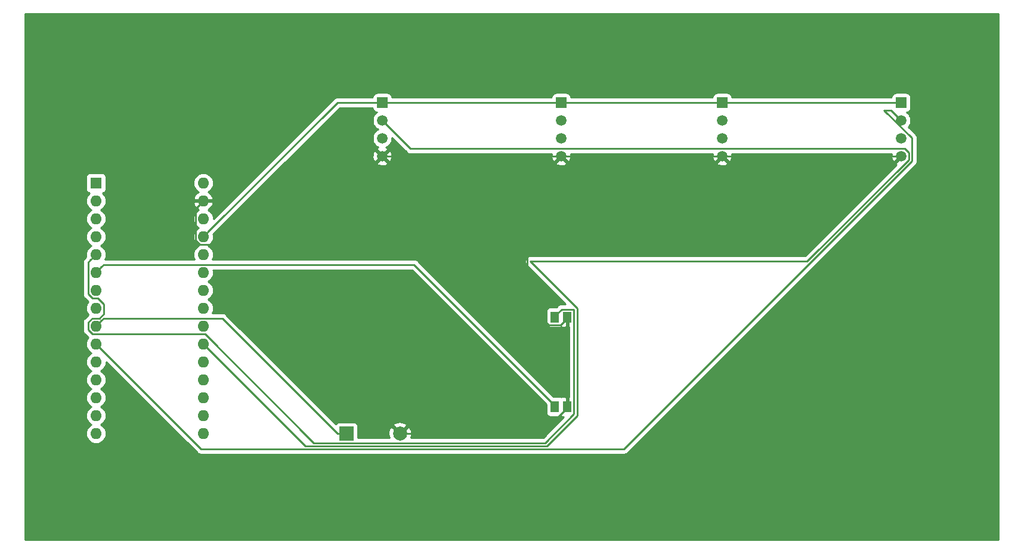
<source format=gtl>
G04 #@! TF.GenerationSoftware,KiCad,Pcbnew,(5.1.0)-1*
G04 #@! TF.CreationDate,2019-10-21T13:58:11-04:00*
G04 #@! TF.ProjectId,PCB_NEW,5043425f-4e45-4572-9e6b-696361645f70,rev?*
G04 #@! TF.SameCoordinates,Original*
G04 #@! TF.FileFunction,Copper,L1,Top*
G04 #@! TF.FilePolarity,Positive*
%FSLAX46Y46*%
G04 Gerber Fmt 4.6, Leading zero omitted, Abs format (unit mm)*
G04 Created by KiCad (PCBNEW (5.1.0)-1) date 2019-10-21 13:58:11*
%MOMM*%
%LPD*%
G04 APERTURE LIST*
%ADD10C,1.500000*%
%ADD11R,1.500000X1.500000*%
%ADD12R,1.250000X1.600000*%
%ADD13C,2.000000*%
%ADD14R,2.000000X2.000000*%
%ADD15O,1.600000X1.600000*%
%ADD16R,1.600000X1.600000*%
%ADD17C,0.250000*%
%ADD18C,0.254000*%
G04 APERTURE END LIST*
D10*
X176530000Y-83820000D03*
X176530000Y-81280000D03*
X176530000Y-78740000D03*
D11*
X176530000Y-76200000D03*
D10*
X151130000Y-83820000D03*
X151130000Y-81280000D03*
X151130000Y-78740000D03*
D11*
X151130000Y-76200000D03*
D10*
X128270000Y-83820000D03*
X128270000Y-81280000D03*
X128270000Y-78740000D03*
D11*
X128270000Y-76200000D03*
D10*
X102870000Y-83820000D03*
X102870000Y-81280000D03*
X102870000Y-78740000D03*
D11*
X102870000Y-76200000D03*
D12*
X129150000Y-106680000D03*
X127390000Y-106680000D03*
X129150000Y-119380000D03*
X127390000Y-119380000D03*
D13*
X105390000Y-123190000D03*
D14*
X97790000Y-123190000D03*
D15*
X77470000Y-123190000D03*
X62230000Y-123190000D03*
X77470000Y-87630000D03*
X62230000Y-120650000D03*
X77470000Y-90170000D03*
X62230000Y-118110000D03*
X77470000Y-92710000D03*
X62230000Y-115570000D03*
X77470000Y-95250000D03*
X62230000Y-113030000D03*
X77470000Y-97790000D03*
X62230000Y-110490000D03*
X77470000Y-100330000D03*
X62230000Y-107950000D03*
X77470000Y-102870000D03*
X62230000Y-105410000D03*
X77470000Y-105410000D03*
X62230000Y-102870000D03*
X77470000Y-107950000D03*
X62230000Y-100330000D03*
X77470000Y-110490000D03*
X62230000Y-97790000D03*
X77470000Y-113030000D03*
X62230000Y-95250000D03*
X77470000Y-115570000D03*
X62230000Y-92710000D03*
X77470000Y-118110000D03*
X62230000Y-90170000D03*
X77470000Y-120650000D03*
D16*
X62230000Y-87630000D03*
D17*
X176530000Y-83820000D02*
X151130000Y-83820000D01*
X151130000Y-83820000D02*
X128270000Y-83820000D01*
X128270000Y-83820000D02*
X102870000Y-83820000D01*
X102120001Y-84569999D02*
X102870000Y-83820000D01*
X90314999Y-96375001D02*
X102120001Y-84569999D01*
X76929999Y-96375001D02*
X90314999Y-96375001D01*
X76344999Y-95790001D02*
X76929999Y-96375001D01*
X76344999Y-91295001D02*
X76344999Y-95790001D01*
X77470000Y-90170000D02*
X76344999Y-91295001D01*
X106804213Y-123190000D02*
X105390000Y-123190000D01*
X125515000Y-123190000D02*
X106804213Y-123190000D01*
X129150000Y-119555000D02*
X125515000Y-123190000D01*
X129150000Y-119380000D02*
X129150000Y-119555000D01*
X129150000Y-118330000D02*
X129150000Y-106680000D01*
X129150000Y-119380000D02*
X129150000Y-118330000D01*
X129150000Y-106855000D02*
X129150000Y-106680000D01*
X128199999Y-107805001D02*
X129150000Y-106855000D01*
X126504999Y-107805001D02*
X128199999Y-107805001D01*
X123421392Y-104721394D02*
X126504999Y-107805001D01*
X123421392Y-88668608D02*
X123421392Y-104721394D01*
X128270000Y-83820000D02*
X123421392Y-88668608D01*
X78269999Y-94450001D02*
X77470000Y-95250000D01*
X96520000Y-76200000D02*
X78269999Y-94450001D01*
X102870000Y-76200000D02*
X96520000Y-76200000D01*
X128270000Y-76200000D02*
X102870000Y-76200000D01*
X151130000Y-76200000D02*
X128270000Y-76200000D01*
X176530000Y-76200000D02*
X151130000Y-76200000D01*
X63029999Y-111289999D02*
X62230000Y-110490000D01*
X137162391Y-125415021D02*
X77155021Y-125415021D01*
X178055010Y-84522402D02*
X137162391Y-125415021D01*
X178055010Y-81214008D02*
X178055010Y-84522402D01*
X174116003Y-77275001D02*
X178055010Y-81214008D01*
X175065001Y-77275001D02*
X174116003Y-77275001D01*
X77155021Y-125415021D02*
X63029999Y-111289999D01*
X176530000Y-78740000D02*
X175065001Y-77275001D01*
X63029999Y-107150001D02*
X62230000Y-107950000D01*
X63355001Y-106824999D02*
X63029999Y-107150001D01*
X80174999Y-106824999D02*
X63355001Y-106824999D01*
X96540000Y-123190000D02*
X80174999Y-106824999D01*
X97790000Y-123190000D02*
X96540000Y-123190000D01*
X63029999Y-99530001D02*
X62230000Y-100330000D01*
X63355001Y-99204999D02*
X63029999Y-99530001D01*
X107389999Y-99204999D02*
X63355001Y-99204999D01*
X127390000Y-119205000D02*
X107389999Y-99204999D01*
X127390000Y-119380000D02*
X127390000Y-119205000D01*
X78269999Y-111289999D02*
X77470000Y-110490000D01*
X126211401Y-124965011D02*
X91945011Y-124965011D01*
X130550010Y-120626402D02*
X126211401Y-124965011D01*
X130550011Y-105433599D02*
X130550010Y-120626402D01*
X123871401Y-98754989D02*
X130550011Y-105433599D01*
X163186013Y-98754989D02*
X123871401Y-98754989D01*
X177605001Y-84336001D02*
X163186013Y-98754989D01*
X177605001Y-83303999D02*
X177605001Y-84336001D01*
X177046001Y-82744999D02*
X177605001Y-83303999D01*
X106874999Y-82744999D02*
X177046001Y-82744999D01*
X91945011Y-124965011D02*
X78269999Y-111289999D01*
X102870000Y-78740000D02*
X106874999Y-82744999D01*
X61430001Y-98589999D02*
X62230000Y-97790000D01*
X61104999Y-98915001D02*
X61430001Y-98589999D01*
X61104999Y-103410001D02*
X61104999Y-98915001D01*
X61689999Y-103995001D02*
X61104999Y-103410001D01*
X62480003Y-103995001D02*
X61689999Y-103995001D01*
X63355001Y-104869999D02*
X62480003Y-103995001D01*
X63355001Y-106188589D02*
X63355001Y-104869999D01*
X62718591Y-106824999D02*
X63355001Y-106188589D01*
X61689999Y-106824999D02*
X62718591Y-106824999D01*
X61104999Y-107409999D02*
X61689999Y-106824999D01*
X61104999Y-108490001D02*
X61104999Y-107409999D01*
X61689999Y-109075001D02*
X61104999Y-108490001D01*
X77720003Y-109075001D02*
X61689999Y-109075001D01*
X93160003Y-124515001D02*
X77720003Y-109075001D01*
X126025001Y-124515001D02*
X93160003Y-124515001D01*
X130100001Y-120440001D02*
X126025001Y-124515001D01*
X130100001Y-105619999D02*
X130100001Y-120440001D01*
X130035001Y-105554999D02*
X130100001Y-105619999D01*
X128340001Y-105554999D02*
X130035001Y-105554999D01*
X127390000Y-106505000D02*
X128340001Y-105554999D01*
X127390000Y-106680000D02*
X127390000Y-106505000D01*
D18*
G36*
X190373000Y-138303000D02*
G01*
X52197000Y-138303000D01*
X52197000Y-98915001D01*
X60341323Y-98915001D01*
X60345000Y-98952333D01*
X60344999Y-103372678D01*
X60341323Y-103410001D01*
X60344999Y-103447323D01*
X60344999Y-103447333D01*
X60355996Y-103558986D01*
X60390005Y-103671101D01*
X60399453Y-103702247D01*
X60470025Y-103834277D01*
X60509870Y-103882827D01*
X60564998Y-103950002D01*
X60594001Y-103973804D01*
X61120330Y-104500133D01*
X61031068Y-104608899D01*
X60897818Y-104858192D01*
X60815764Y-105128691D01*
X60788057Y-105410000D01*
X60815764Y-105691309D01*
X60897818Y-105961808D01*
X61031068Y-106211101D01*
X61120330Y-106319867D01*
X60593997Y-106846200D01*
X60564999Y-106869998D01*
X60541201Y-106898996D01*
X60541200Y-106898997D01*
X60470025Y-106985723D01*
X60399453Y-107117753D01*
X60389671Y-107150002D01*
X60359558Y-107249276D01*
X60355997Y-107261014D01*
X60341323Y-107409999D01*
X60345000Y-107447331D01*
X60344999Y-108452678D01*
X60341323Y-108490001D01*
X60344999Y-108527323D01*
X60344999Y-108527333D01*
X60355996Y-108638986D01*
X60378653Y-108713676D01*
X60399453Y-108782247D01*
X60470025Y-108914277D01*
X60509870Y-108962827D01*
X60564998Y-109030002D01*
X60594001Y-109053804D01*
X61120330Y-109580133D01*
X61031068Y-109688899D01*
X60897818Y-109938192D01*
X60815764Y-110208691D01*
X60788057Y-110490000D01*
X60815764Y-110771309D01*
X60897818Y-111041808D01*
X61031068Y-111291101D01*
X61210392Y-111509608D01*
X61428899Y-111688932D01*
X61561858Y-111760000D01*
X61428899Y-111831068D01*
X61210392Y-112010392D01*
X61031068Y-112228899D01*
X60897818Y-112478192D01*
X60815764Y-112748691D01*
X60788057Y-113030000D01*
X60815764Y-113311309D01*
X60897818Y-113581808D01*
X61031068Y-113831101D01*
X61210392Y-114049608D01*
X61428899Y-114228932D01*
X61561858Y-114300000D01*
X61428899Y-114371068D01*
X61210392Y-114550392D01*
X61031068Y-114768899D01*
X60897818Y-115018192D01*
X60815764Y-115288691D01*
X60788057Y-115570000D01*
X60815764Y-115851309D01*
X60897818Y-116121808D01*
X61031068Y-116371101D01*
X61210392Y-116589608D01*
X61428899Y-116768932D01*
X61561858Y-116840000D01*
X61428899Y-116911068D01*
X61210392Y-117090392D01*
X61031068Y-117308899D01*
X60897818Y-117558192D01*
X60815764Y-117828691D01*
X60788057Y-118110000D01*
X60815764Y-118391309D01*
X60897818Y-118661808D01*
X61031068Y-118911101D01*
X61210392Y-119129608D01*
X61428899Y-119308932D01*
X61561858Y-119380000D01*
X61428899Y-119451068D01*
X61210392Y-119630392D01*
X61031068Y-119848899D01*
X60897818Y-120098192D01*
X60815764Y-120368691D01*
X60788057Y-120650000D01*
X60815764Y-120931309D01*
X60897818Y-121201808D01*
X61031068Y-121451101D01*
X61210392Y-121669608D01*
X61428899Y-121848932D01*
X61561858Y-121920000D01*
X61428899Y-121991068D01*
X61210392Y-122170392D01*
X61031068Y-122388899D01*
X60897818Y-122638192D01*
X60815764Y-122908691D01*
X60788057Y-123190000D01*
X60815764Y-123471309D01*
X60897818Y-123741808D01*
X61031068Y-123991101D01*
X61210392Y-124209608D01*
X61428899Y-124388932D01*
X61678192Y-124522182D01*
X61948691Y-124604236D01*
X62159508Y-124625000D01*
X62300492Y-124625000D01*
X62511309Y-124604236D01*
X62781808Y-124522182D01*
X63031101Y-124388932D01*
X63249608Y-124209608D01*
X63428932Y-123991101D01*
X63562182Y-123741808D01*
X63644236Y-123471309D01*
X63671943Y-123190000D01*
X63644236Y-122908691D01*
X63562182Y-122638192D01*
X63428932Y-122388899D01*
X63249608Y-122170392D01*
X63031101Y-121991068D01*
X62898142Y-121920000D01*
X63031101Y-121848932D01*
X63249608Y-121669608D01*
X63428932Y-121451101D01*
X63562182Y-121201808D01*
X63644236Y-120931309D01*
X63671943Y-120650000D01*
X63644236Y-120368691D01*
X63562182Y-120098192D01*
X63428932Y-119848899D01*
X63249608Y-119630392D01*
X63031101Y-119451068D01*
X62898142Y-119380000D01*
X63031101Y-119308932D01*
X63249608Y-119129608D01*
X63428932Y-118911101D01*
X63562182Y-118661808D01*
X63644236Y-118391309D01*
X63671943Y-118110000D01*
X63644236Y-117828691D01*
X63562182Y-117558192D01*
X63428932Y-117308899D01*
X63249608Y-117090392D01*
X63031101Y-116911068D01*
X62898142Y-116840000D01*
X63031101Y-116768932D01*
X63249608Y-116589608D01*
X63428932Y-116371101D01*
X63562182Y-116121808D01*
X63644236Y-115851309D01*
X63671943Y-115570000D01*
X63644236Y-115288691D01*
X63562182Y-115018192D01*
X63428932Y-114768899D01*
X63249608Y-114550392D01*
X63031101Y-114371068D01*
X62898142Y-114300000D01*
X63031101Y-114228932D01*
X63249608Y-114049608D01*
X63428932Y-113831101D01*
X63562182Y-113581808D01*
X63644236Y-113311309D01*
X63671943Y-113030000D01*
X63669402Y-113004203D01*
X76591222Y-125926024D01*
X76615020Y-125955022D01*
X76730745Y-126049995D01*
X76862774Y-126120567D01*
X77006035Y-126164024D01*
X77117688Y-126175021D01*
X77117696Y-126175021D01*
X77155021Y-126178697D01*
X77192346Y-126175021D01*
X137125069Y-126175021D01*
X137162391Y-126178697D01*
X137199713Y-126175021D01*
X137199724Y-126175021D01*
X137311377Y-126164024D01*
X137454638Y-126120567D01*
X137586667Y-126049995D01*
X137702392Y-125955022D01*
X137726195Y-125926018D01*
X178566018Y-85086197D01*
X178595011Y-85062403D01*
X178618805Y-85033410D01*
X178618809Y-85033406D01*
X178689983Y-84946679D01*
X178689984Y-84946678D01*
X178760556Y-84814649D01*
X178804013Y-84671388D01*
X178815010Y-84559735D01*
X178815010Y-84559726D01*
X178818686Y-84522403D01*
X178815010Y-84485080D01*
X178815010Y-81251330D01*
X178818686Y-81214007D01*
X178815010Y-81176684D01*
X178815010Y-81176675D01*
X178804013Y-81065022D01*
X178760556Y-80921761D01*
X178689985Y-80789733D01*
X178689984Y-80789731D01*
X178618809Y-80703005D01*
X178595011Y-80674007D01*
X178566014Y-80650210D01*
X177572244Y-79656441D01*
X177605799Y-79622886D01*
X177757371Y-79396043D01*
X177861775Y-79143989D01*
X177915000Y-78876411D01*
X177915000Y-78603589D01*
X177861775Y-78336011D01*
X177757371Y-78083957D01*
X177605799Y-77857114D01*
X177412886Y-77664201D01*
X177296517Y-77586445D01*
X177404482Y-77575812D01*
X177524180Y-77539502D01*
X177634494Y-77480537D01*
X177731185Y-77401185D01*
X177810537Y-77304494D01*
X177869502Y-77194180D01*
X177905812Y-77074482D01*
X177918072Y-76950000D01*
X177918072Y-75450000D01*
X177905812Y-75325518D01*
X177869502Y-75205820D01*
X177810537Y-75095506D01*
X177731185Y-74998815D01*
X177634494Y-74919463D01*
X177524180Y-74860498D01*
X177404482Y-74824188D01*
X177280000Y-74811928D01*
X175780000Y-74811928D01*
X175655518Y-74824188D01*
X175535820Y-74860498D01*
X175425506Y-74919463D01*
X175328815Y-74998815D01*
X175249463Y-75095506D01*
X175190498Y-75205820D01*
X175154188Y-75325518D01*
X175142913Y-75440000D01*
X152517087Y-75440000D01*
X152505812Y-75325518D01*
X152469502Y-75205820D01*
X152410537Y-75095506D01*
X152331185Y-74998815D01*
X152234494Y-74919463D01*
X152124180Y-74860498D01*
X152004482Y-74824188D01*
X151880000Y-74811928D01*
X150380000Y-74811928D01*
X150255518Y-74824188D01*
X150135820Y-74860498D01*
X150025506Y-74919463D01*
X149928815Y-74998815D01*
X149849463Y-75095506D01*
X149790498Y-75205820D01*
X149754188Y-75325518D01*
X149742913Y-75440000D01*
X129657087Y-75440000D01*
X129645812Y-75325518D01*
X129609502Y-75205820D01*
X129550537Y-75095506D01*
X129471185Y-74998815D01*
X129374494Y-74919463D01*
X129264180Y-74860498D01*
X129144482Y-74824188D01*
X129020000Y-74811928D01*
X127520000Y-74811928D01*
X127395518Y-74824188D01*
X127275820Y-74860498D01*
X127165506Y-74919463D01*
X127068815Y-74998815D01*
X126989463Y-75095506D01*
X126930498Y-75205820D01*
X126894188Y-75325518D01*
X126882913Y-75440000D01*
X104257087Y-75440000D01*
X104245812Y-75325518D01*
X104209502Y-75205820D01*
X104150537Y-75095506D01*
X104071185Y-74998815D01*
X103974494Y-74919463D01*
X103864180Y-74860498D01*
X103744482Y-74824188D01*
X103620000Y-74811928D01*
X102120000Y-74811928D01*
X101995518Y-74824188D01*
X101875820Y-74860498D01*
X101765506Y-74919463D01*
X101668815Y-74998815D01*
X101589463Y-75095506D01*
X101530498Y-75205820D01*
X101494188Y-75325518D01*
X101482913Y-75440000D01*
X96557323Y-75440000D01*
X96520000Y-75436324D01*
X96482677Y-75440000D01*
X96482667Y-75440000D01*
X96371014Y-75450997D01*
X96227753Y-75494454D01*
X96095723Y-75565026D01*
X96012083Y-75633668D01*
X95979999Y-75659999D01*
X95956201Y-75688997D01*
X78909402Y-92735797D01*
X78911943Y-92710000D01*
X78884236Y-92428691D01*
X78802182Y-92158192D01*
X78668932Y-91908899D01*
X78489608Y-91690392D01*
X78271101Y-91511068D01*
X78133318Y-91437421D01*
X78325131Y-91322385D01*
X78533519Y-91133414D01*
X78701037Y-90907420D01*
X78821246Y-90653087D01*
X78861904Y-90519039D01*
X78739915Y-90297000D01*
X77597000Y-90297000D01*
X77597000Y-90317000D01*
X77343000Y-90317000D01*
X77343000Y-90297000D01*
X76200085Y-90297000D01*
X76078096Y-90519039D01*
X76118754Y-90653087D01*
X76238963Y-90907420D01*
X76406481Y-91133414D01*
X76614869Y-91322385D01*
X76806682Y-91437421D01*
X76668899Y-91511068D01*
X76450392Y-91690392D01*
X76271068Y-91908899D01*
X76137818Y-92158192D01*
X76055764Y-92428691D01*
X76028057Y-92710000D01*
X76055764Y-92991309D01*
X76137818Y-93261808D01*
X76271068Y-93511101D01*
X76450392Y-93729608D01*
X76668899Y-93908932D01*
X76801858Y-93980000D01*
X76668899Y-94051068D01*
X76450392Y-94230392D01*
X76271068Y-94448899D01*
X76137818Y-94698192D01*
X76055764Y-94968691D01*
X76028057Y-95250000D01*
X76055764Y-95531309D01*
X76137818Y-95801808D01*
X76271068Y-96051101D01*
X76450392Y-96269608D01*
X76668899Y-96448932D01*
X76801858Y-96520000D01*
X76668899Y-96591068D01*
X76450392Y-96770392D01*
X76271068Y-96988899D01*
X76137818Y-97238192D01*
X76055764Y-97508691D01*
X76028057Y-97790000D01*
X76055764Y-98071309D01*
X76137818Y-98341808D01*
X76192975Y-98444999D01*
X63507025Y-98444999D01*
X63562182Y-98341808D01*
X63644236Y-98071309D01*
X63671943Y-97790000D01*
X63644236Y-97508691D01*
X63562182Y-97238192D01*
X63428932Y-96988899D01*
X63249608Y-96770392D01*
X63031101Y-96591068D01*
X62898142Y-96520000D01*
X63031101Y-96448932D01*
X63249608Y-96269608D01*
X63428932Y-96051101D01*
X63562182Y-95801808D01*
X63644236Y-95531309D01*
X63671943Y-95250000D01*
X63644236Y-94968691D01*
X63562182Y-94698192D01*
X63428932Y-94448899D01*
X63249608Y-94230392D01*
X63031101Y-94051068D01*
X62898142Y-93980000D01*
X63031101Y-93908932D01*
X63249608Y-93729608D01*
X63428932Y-93511101D01*
X63562182Y-93261808D01*
X63644236Y-92991309D01*
X63671943Y-92710000D01*
X63644236Y-92428691D01*
X63562182Y-92158192D01*
X63428932Y-91908899D01*
X63249608Y-91690392D01*
X63031101Y-91511068D01*
X62898142Y-91440000D01*
X63031101Y-91368932D01*
X63249608Y-91189608D01*
X63428932Y-90971101D01*
X63562182Y-90721808D01*
X63644236Y-90451309D01*
X63671943Y-90170000D01*
X63644236Y-89888691D01*
X63562182Y-89618192D01*
X63428932Y-89368899D01*
X63249608Y-89150392D01*
X63136518Y-89057581D01*
X63154482Y-89055812D01*
X63274180Y-89019502D01*
X63384494Y-88960537D01*
X63481185Y-88881185D01*
X63560537Y-88784494D01*
X63619502Y-88674180D01*
X63655812Y-88554482D01*
X63668072Y-88430000D01*
X63668072Y-87630000D01*
X76028057Y-87630000D01*
X76055764Y-87911309D01*
X76137818Y-88181808D01*
X76271068Y-88431101D01*
X76450392Y-88649608D01*
X76668899Y-88828932D01*
X76806682Y-88902579D01*
X76614869Y-89017615D01*
X76406481Y-89206586D01*
X76238963Y-89432580D01*
X76118754Y-89686913D01*
X76078096Y-89820961D01*
X76200085Y-90043000D01*
X77343000Y-90043000D01*
X77343000Y-90023000D01*
X77597000Y-90023000D01*
X77597000Y-90043000D01*
X78739915Y-90043000D01*
X78861904Y-89820961D01*
X78821246Y-89686913D01*
X78701037Y-89432580D01*
X78533519Y-89206586D01*
X78325131Y-89017615D01*
X78133318Y-88902579D01*
X78271101Y-88828932D01*
X78489608Y-88649608D01*
X78668932Y-88431101D01*
X78802182Y-88181808D01*
X78884236Y-87911309D01*
X78911943Y-87630000D01*
X78884236Y-87348691D01*
X78802182Y-87078192D01*
X78668932Y-86828899D01*
X78489608Y-86610392D01*
X78271101Y-86431068D01*
X78021808Y-86297818D01*
X77751309Y-86215764D01*
X77540492Y-86195000D01*
X77399508Y-86195000D01*
X77188691Y-86215764D01*
X76918192Y-86297818D01*
X76668899Y-86431068D01*
X76450392Y-86610392D01*
X76271068Y-86828899D01*
X76137818Y-87078192D01*
X76055764Y-87348691D01*
X76028057Y-87630000D01*
X63668072Y-87630000D01*
X63668072Y-86830000D01*
X63655812Y-86705518D01*
X63619502Y-86585820D01*
X63560537Y-86475506D01*
X63481185Y-86378815D01*
X63384494Y-86299463D01*
X63274180Y-86240498D01*
X63154482Y-86204188D01*
X63030000Y-86191928D01*
X61430000Y-86191928D01*
X61305518Y-86204188D01*
X61185820Y-86240498D01*
X61075506Y-86299463D01*
X60978815Y-86378815D01*
X60899463Y-86475506D01*
X60840498Y-86585820D01*
X60804188Y-86705518D01*
X60791928Y-86830000D01*
X60791928Y-88430000D01*
X60804188Y-88554482D01*
X60840498Y-88674180D01*
X60899463Y-88784494D01*
X60978815Y-88881185D01*
X61075506Y-88960537D01*
X61185820Y-89019502D01*
X61305518Y-89055812D01*
X61323482Y-89057581D01*
X61210392Y-89150392D01*
X61031068Y-89368899D01*
X60897818Y-89618192D01*
X60815764Y-89888691D01*
X60788057Y-90170000D01*
X60815764Y-90451309D01*
X60897818Y-90721808D01*
X61031068Y-90971101D01*
X61210392Y-91189608D01*
X61428899Y-91368932D01*
X61561858Y-91440000D01*
X61428899Y-91511068D01*
X61210392Y-91690392D01*
X61031068Y-91908899D01*
X60897818Y-92158192D01*
X60815764Y-92428691D01*
X60788057Y-92710000D01*
X60815764Y-92991309D01*
X60897818Y-93261808D01*
X61031068Y-93511101D01*
X61210392Y-93729608D01*
X61428899Y-93908932D01*
X61561858Y-93980000D01*
X61428899Y-94051068D01*
X61210392Y-94230392D01*
X61031068Y-94448899D01*
X60897818Y-94698192D01*
X60815764Y-94968691D01*
X60788057Y-95250000D01*
X60815764Y-95531309D01*
X60897818Y-95801808D01*
X61031068Y-96051101D01*
X61210392Y-96269608D01*
X61428899Y-96448932D01*
X61561858Y-96520000D01*
X61428899Y-96591068D01*
X61210392Y-96770392D01*
X61031068Y-96988899D01*
X60897818Y-97238192D01*
X60815764Y-97508691D01*
X60788057Y-97790000D01*
X60815764Y-98071309D01*
X60829292Y-98115907D01*
X60593997Y-98351202D01*
X60564999Y-98375000D01*
X60541201Y-98403998D01*
X60541200Y-98403999D01*
X60470025Y-98490725D01*
X60399453Y-98622755D01*
X60369179Y-98722559D01*
X60355997Y-98766015D01*
X60354548Y-98780723D01*
X60341323Y-98915001D01*
X52197000Y-98915001D01*
X52197000Y-63627000D01*
X190373000Y-63627000D01*
X190373000Y-138303000D01*
X190373000Y-138303000D01*
G37*
X190373000Y-138303000D02*
X52197000Y-138303000D01*
X52197000Y-98915001D01*
X60341323Y-98915001D01*
X60345000Y-98952333D01*
X60344999Y-103372678D01*
X60341323Y-103410001D01*
X60344999Y-103447323D01*
X60344999Y-103447333D01*
X60355996Y-103558986D01*
X60390005Y-103671101D01*
X60399453Y-103702247D01*
X60470025Y-103834277D01*
X60509870Y-103882827D01*
X60564998Y-103950002D01*
X60594001Y-103973804D01*
X61120330Y-104500133D01*
X61031068Y-104608899D01*
X60897818Y-104858192D01*
X60815764Y-105128691D01*
X60788057Y-105410000D01*
X60815764Y-105691309D01*
X60897818Y-105961808D01*
X61031068Y-106211101D01*
X61120330Y-106319867D01*
X60593997Y-106846200D01*
X60564999Y-106869998D01*
X60541201Y-106898996D01*
X60541200Y-106898997D01*
X60470025Y-106985723D01*
X60399453Y-107117753D01*
X60389671Y-107150002D01*
X60359558Y-107249276D01*
X60355997Y-107261014D01*
X60341323Y-107409999D01*
X60345000Y-107447331D01*
X60344999Y-108452678D01*
X60341323Y-108490001D01*
X60344999Y-108527323D01*
X60344999Y-108527333D01*
X60355996Y-108638986D01*
X60378653Y-108713676D01*
X60399453Y-108782247D01*
X60470025Y-108914277D01*
X60509870Y-108962827D01*
X60564998Y-109030002D01*
X60594001Y-109053804D01*
X61120330Y-109580133D01*
X61031068Y-109688899D01*
X60897818Y-109938192D01*
X60815764Y-110208691D01*
X60788057Y-110490000D01*
X60815764Y-110771309D01*
X60897818Y-111041808D01*
X61031068Y-111291101D01*
X61210392Y-111509608D01*
X61428899Y-111688932D01*
X61561858Y-111760000D01*
X61428899Y-111831068D01*
X61210392Y-112010392D01*
X61031068Y-112228899D01*
X60897818Y-112478192D01*
X60815764Y-112748691D01*
X60788057Y-113030000D01*
X60815764Y-113311309D01*
X60897818Y-113581808D01*
X61031068Y-113831101D01*
X61210392Y-114049608D01*
X61428899Y-114228932D01*
X61561858Y-114300000D01*
X61428899Y-114371068D01*
X61210392Y-114550392D01*
X61031068Y-114768899D01*
X60897818Y-115018192D01*
X60815764Y-115288691D01*
X60788057Y-115570000D01*
X60815764Y-115851309D01*
X60897818Y-116121808D01*
X61031068Y-116371101D01*
X61210392Y-116589608D01*
X61428899Y-116768932D01*
X61561858Y-116840000D01*
X61428899Y-116911068D01*
X61210392Y-117090392D01*
X61031068Y-117308899D01*
X60897818Y-117558192D01*
X60815764Y-117828691D01*
X60788057Y-118110000D01*
X60815764Y-118391309D01*
X60897818Y-118661808D01*
X61031068Y-118911101D01*
X61210392Y-119129608D01*
X61428899Y-119308932D01*
X61561858Y-119380000D01*
X61428899Y-119451068D01*
X61210392Y-119630392D01*
X61031068Y-119848899D01*
X60897818Y-120098192D01*
X60815764Y-120368691D01*
X60788057Y-120650000D01*
X60815764Y-120931309D01*
X60897818Y-121201808D01*
X61031068Y-121451101D01*
X61210392Y-121669608D01*
X61428899Y-121848932D01*
X61561858Y-121920000D01*
X61428899Y-121991068D01*
X61210392Y-122170392D01*
X61031068Y-122388899D01*
X60897818Y-122638192D01*
X60815764Y-122908691D01*
X60788057Y-123190000D01*
X60815764Y-123471309D01*
X60897818Y-123741808D01*
X61031068Y-123991101D01*
X61210392Y-124209608D01*
X61428899Y-124388932D01*
X61678192Y-124522182D01*
X61948691Y-124604236D01*
X62159508Y-124625000D01*
X62300492Y-124625000D01*
X62511309Y-124604236D01*
X62781808Y-124522182D01*
X63031101Y-124388932D01*
X63249608Y-124209608D01*
X63428932Y-123991101D01*
X63562182Y-123741808D01*
X63644236Y-123471309D01*
X63671943Y-123190000D01*
X63644236Y-122908691D01*
X63562182Y-122638192D01*
X63428932Y-122388899D01*
X63249608Y-122170392D01*
X63031101Y-121991068D01*
X62898142Y-121920000D01*
X63031101Y-121848932D01*
X63249608Y-121669608D01*
X63428932Y-121451101D01*
X63562182Y-121201808D01*
X63644236Y-120931309D01*
X63671943Y-120650000D01*
X63644236Y-120368691D01*
X63562182Y-120098192D01*
X63428932Y-119848899D01*
X63249608Y-119630392D01*
X63031101Y-119451068D01*
X62898142Y-119380000D01*
X63031101Y-119308932D01*
X63249608Y-119129608D01*
X63428932Y-118911101D01*
X63562182Y-118661808D01*
X63644236Y-118391309D01*
X63671943Y-118110000D01*
X63644236Y-117828691D01*
X63562182Y-117558192D01*
X63428932Y-117308899D01*
X63249608Y-117090392D01*
X63031101Y-116911068D01*
X62898142Y-116840000D01*
X63031101Y-116768932D01*
X63249608Y-116589608D01*
X63428932Y-116371101D01*
X63562182Y-116121808D01*
X63644236Y-115851309D01*
X63671943Y-115570000D01*
X63644236Y-115288691D01*
X63562182Y-115018192D01*
X63428932Y-114768899D01*
X63249608Y-114550392D01*
X63031101Y-114371068D01*
X62898142Y-114300000D01*
X63031101Y-114228932D01*
X63249608Y-114049608D01*
X63428932Y-113831101D01*
X63562182Y-113581808D01*
X63644236Y-113311309D01*
X63671943Y-113030000D01*
X63669402Y-113004203D01*
X76591222Y-125926024D01*
X76615020Y-125955022D01*
X76730745Y-126049995D01*
X76862774Y-126120567D01*
X77006035Y-126164024D01*
X77117688Y-126175021D01*
X77117696Y-126175021D01*
X77155021Y-126178697D01*
X77192346Y-126175021D01*
X137125069Y-126175021D01*
X137162391Y-126178697D01*
X137199713Y-126175021D01*
X137199724Y-126175021D01*
X137311377Y-126164024D01*
X137454638Y-126120567D01*
X137586667Y-126049995D01*
X137702392Y-125955022D01*
X137726195Y-125926018D01*
X178566018Y-85086197D01*
X178595011Y-85062403D01*
X178618805Y-85033410D01*
X178618809Y-85033406D01*
X178689983Y-84946679D01*
X178689984Y-84946678D01*
X178760556Y-84814649D01*
X178804013Y-84671388D01*
X178815010Y-84559735D01*
X178815010Y-84559726D01*
X178818686Y-84522403D01*
X178815010Y-84485080D01*
X178815010Y-81251330D01*
X178818686Y-81214007D01*
X178815010Y-81176684D01*
X178815010Y-81176675D01*
X178804013Y-81065022D01*
X178760556Y-80921761D01*
X178689985Y-80789733D01*
X178689984Y-80789731D01*
X178618809Y-80703005D01*
X178595011Y-80674007D01*
X178566014Y-80650210D01*
X177572244Y-79656441D01*
X177605799Y-79622886D01*
X177757371Y-79396043D01*
X177861775Y-79143989D01*
X177915000Y-78876411D01*
X177915000Y-78603589D01*
X177861775Y-78336011D01*
X177757371Y-78083957D01*
X177605799Y-77857114D01*
X177412886Y-77664201D01*
X177296517Y-77586445D01*
X177404482Y-77575812D01*
X177524180Y-77539502D01*
X177634494Y-77480537D01*
X177731185Y-77401185D01*
X177810537Y-77304494D01*
X177869502Y-77194180D01*
X177905812Y-77074482D01*
X177918072Y-76950000D01*
X177918072Y-75450000D01*
X177905812Y-75325518D01*
X177869502Y-75205820D01*
X177810537Y-75095506D01*
X177731185Y-74998815D01*
X177634494Y-74919463D01*
X177524180Y-74860498D01*
X177404482Y-74824188D01*
X177280000Y-74811928D01*
X175780000Y-74811928D01*
X175655518Y-74824188D01*
X175535820Y-74860498D01*
X175425506Y-74919463D01*
X175328815Y-74998815D01*
X175249463Y-75095506D01*
X175190498Y-75205820D01*
X175154188Y-75325518D01*
X175142913Y-75440000D01*
X152517087Y-75440000D01*
X152505812Y-75325518D01*
X152469502Y-75205820D01*
X152410537Y-75095506D01*
X152331185Y-74998815D01*
X152234494Y-74919463D01*
X152124180Y-74860498D01*
X152004482Y-74824188D01*
X151880000Y-74811928D01*
X150380000Y-74811928D01*
X150255518Y-74824188D01*
X150135820Y-74860498D01*
X150025506Y-74919463D01*
X149928815Y-74998815D01*
X149849463Y-75095506D01*
X149790498Y-75205820D01*
X149754188Y-75325518D01*
X149742913Y-75440000D01*
X129657087Y-75440000D01*
X129645812Y-75325518D01*
X129609502Y-75205820D01*
X129550537Y-75095506D01*
X129471185Y-74998815D01*
X129374494Y-74919463D01*
X129264180Y-74860498D01*
X129144482Y-74824188D01*
X129020000Y-74811928D01*
X127520000Y-74811928D01*
X127395518Y-74824188D01*
X127275820Y-74860498D01*
X127165506Y-74919463D01*
X127068815Y-74998815D01*
X126989463Y-75095506D01*
X126930498Y-75205820D01*
X126894188Y-75325518D01*
X126882913Y-75440000D01*
X104257087Y-75440000D01*
X104245812Y-75325518D01*
X104209502Y-75205820D01*
X104150537Y-75095506D01*
X104071185Y-74998815D01*
X103974494Y-74919463D01*
X103864180Y-74860498D01*
X103744482Y-74824188D01*
X103620000Y-74811928D01*
X102120000Y-74811928D01*
X101995518Y-74824188D01*
X101875820Y-74860498D01*
X101765506Y-74919463D01*
X101668815Y-74998815D01*
X101589463Y-75095506D01*
X101530498Y-75205820D01*
X101494188Y-75325518D01*
X101482913Y-75440000D01*
X96557323Y-75440000D01*
X96520000Y-75436324D01*
X96482677Y-75440000D01*
X96482667Y-75440000D01*
X96371014Y-75450997D01*
X96227753Y-75494454D01*
X96095723Y-75565026D01*
X96012083Y-75633668D01*
X95979999Y-75659999D01*
X95956201Y-75688997D01*
X78909402Y-92735797D01*
X78911943Y-92710000D01*
X78884236Y-92428691D01*
X78802182Y-92158192D01*
X78668932Y-91908899D01*
X78489608Y-91690392D01*
X78271101Y-91511068D01*
X78133318Y-91437421D01*
X78325131Y-91322385D01*
X78533519Y-91133414D01*
X78701037Y-90907420D01*
X78821246Y-90653087D01*
X78861904Y-90519039D01*
X78739915Y-90297000D01*
X77597000Y-90297000D01*
X77597000Y-90317000D01*
X77343000Y-90317000D01*
X77343000Y-90297000D01*
X76200085Y-90297000D01*
X76078096Y-90519039D01*
X76118754Y-90653087D01*
X76238963Y-90907420D01*
X76406481Y-91133414D01*
X76614869Y-91322385D01*
X76806682Y-91437421D01*
X76668899Y-91511068D01*
X76450392Y-91690392D01*
X76271068Y-91908899D01*
X76137818Y-92158192D01*
X76055764Y-92428691D01*
X76028057Y-92710000D01*
X76055764Y-92991309D01*
X76137818Y-93261808D01*
X76271068Y-93511101D01*
X76450392Y-93729608D01*
X76668899Y-93908932D01*
X76801858Y-93980000D01*
X76668899Y-94051068D01*
X76450392Y-94230392D01*
X76271068Y-94448899D01*
X76137818Y-94698192D01*
X76055764Y-94968691D01*
X76028057Y-95250000D01*
X76055764Y-95531309D01*
X76137818Y-95801808D01*
X76271068Y-96051101D01*
X76450392Y-96269608D01*
X76668899Y-96448932D01*
X76801858Y-96520000D01*
X76668899Y-96591068D01*
X76450392Y-96770392D01*
X76271068Y-96988899D01*
X76137818Y-97238192D01*
X76055764Y-97508691D01*
X76028057Y-97790000D01*
X76055764Y-98071309D01*
X76137818Y-98341808D01*
X76192975Y-98444999D01*
X63507025Y-98444999D01*
X63562182Y-98341808D01*
X63644236Y-98071309D01*
X63671943Y-97790000D01*
X63644236Y-97508691D01*
X63562182Y-97238192D01*
X63428932Y-96988899D01*
X63249608Y-96770392D01*
X63031101Y-96591068D01*
X62898142Y-96520000D01*
X63031101Y-96448932D01*
X63249608Y-96269608D01*
X63428932Y-96051101D01*
X63562182Y-95801808D01*
X63644236Y-95531309D01*
X63671943Y-95250000D01*
X63644236Y-94968691D01*
X63562182Y-94698192D01*
X63428932Y-94448899D01*
X63249608Y-94230392D01*
X63031101Y-94051068D01*
X62898142Y-93980000D01*
X63031101Y-93908932D01*
X63249608Y-93729608D01*
X63428932Y-93511101D01*
X63562182Y-93261808D01*
X63644236Y-92991309D01*
X63671943Y-92710000D01*
X63644236Y-92428691D01*
X63562182Y-92158192D01*
X63428932Y-91908899D01*
X63249608Y-91690392D01*
X63031101Y-91511068D01*
X62898142Y-91440000D01*
X63031101Y-91368932D01*
X63249608Y-91189608D01*
X63428932Y-90971101D01*
X63562182Y-90721808D01*
X63644236Y-90451309D01*
X63671943Y-90170000D01*
X63644236Y-89888691D01*
X63562182Y-89618192D01*
X63428932Y-89368899D01*
X63249608Y-89150392D01*
X63136518Y-89057581D01*
X63154482Y-89055812D01*
X63274180Y-89019502D01*
X63384494Y-88960537D01*
X63481185Y-88881185D01*
X63560537Y-88784494D01*
X63619502Y-88674180D01*
X63655812Y-88554482D01*
X63668072Y-88430000D01*
X63668072Y-87630000D01*
X76028057Y-87630000D01*
X76055764Y-87911309D01*
X76137818Y-88181808D01*
X76271068Y-88431101D01*
X76450392Y-88649608D01*
X76668899Y-88828932D01*
X76806682Y-88902579D01*
X76614869Y-89017615D01*
X76406481Y-89206586D01*
X76238963Y-89432580D01*
X76118754Y-89686913D01*
X76078096Y-89820961D01*
X76200085Y-90043000D01*
X77343000Y-90043000D01*
X77343000Y-90023000D01*
X77597000Y-90023000D01*
X77597000Y-90043000D01*
X78739915Y-90043000D01*
X78861904Y-89820961D01*
X78821246Y-89686913D01*
X78701037Y-89432580D01*
X78533519Y-89206586D01*
X78325131Y-89017615D01*
X78133318Y-88902579D01*
X78271101Y-88828932D01*
X78489608Y-88649608D01*
X78668932Y-88431101D01*
X78802182Y-88181808D01*
X78884236Y-87911309D01*
X78911943Y-87630000D01*
X78884236Y-87348691D01*
X78802182Y-87078192D01*
X78668932Y-86828899D01*
X78489608Y-86610392D01*
X78271101Y-86431068D01*
X78021808Y-86297818D01*
X77751309Y-86215764D01*
X77540492Y-86195000D01*
X77399508Y-86195000D01*
X77188691Y-86215764D01*
X76918192Y-86297818D01*
X76668899Y-86431068D01*
X76450392Y-86610392D01*
X76271068Y-86828899D01*
X76137818Y-87078192D01*
X76055764Y-87348691D01*
X76028057Y-87630000D01*
X63668072Y-87630000D01*
X63668072Y-86830000D01*
X63655812Y-86705518D01*
X63619502Y-86585820D01*
X63560537Y-86475506D01*
X63481185Y-86378815D01*
X63384494Y-86299463D01*
X63274180Y-86240498D01*
X63154482Y-86204188D01*
X63030000Y-86191928D01*
X61430000Y-86191928D01*
X61305518Y-86204188D01*
X61185820Y-86240498D01*
X61075506Y-86299463D01*
X60978815Y-86378815D01*
X60899463Y-86475506D01*
X60840498Y-86585820D01*
X60804188Y-86705518D01*
X60791928Y-86830000D01*
X60791928Y-88430000D01*
X60804188Y-88554482D01*
X60840498Y-88674180D01*
X60899463Y-88784494D01*
X60978815Y-88881185D01*
X61075506Y-88960537D01*
X61185820Y-89019502D01*
X61305518Y-89055812D01*
X61323482Y-89057581D01*
X61210392Y-89150392D01*
X61031068Y-89368899D01*
X60897818Y-89618192D01*
X60815764Y-89888691D01*
X60788057Y-90170000D01*
X60815764Y-90451309D01*
X60897818Y-90721808D01*
X61031068Y-90971101D01*
X61210392Y-91189608D01*
X61428899Y-91368932D01*
X61561858Y-91440000D01*
X61428899Y-91511068D01*
X61210392Y-91690392D01*
X61031068Y-91908899D01*
X60897818Y-92158192D01*
X60815764Y-92428691D01*
X60788057Y-92710000D01*
X60815764Y-92991309D01*
X60897818Y-93261808D01*
X61031068Y-93511101D01*
X61210392Y-93729608D01*
X61428899Y-93908932D01*
X61561858Y-93980000D01*
X61428899Y-94051068D01*
X61210392Y-94230392D01*
X61031068Y-94448899D01*
X60897818Y-94698192D01*
X60815764Y-94968691D01*
X60788057Y-95250000D01*
X60815764Y-95531309D01*
X60897818Y-95801808D01*
X61031068Y-96051101D01*
X61210392Y-96269608D01*
X61428899Y-96448932D01*
X61561858Y-96520000D01*
X61428899Y-96591068D01*
X61210392Y-96770392D01*
X61031068Y-96988899D01*
X60897818Y-97238192D01*
X60815764Y-97508691D01*
X60788057Y-97790000D01*
X60815764Y-98071309D01*
X60829292Y-98115907D01*
X60593997Y-98351202D01*
X60564999Y-98375000D01*
X60541201Y-98403998D01*
X60541200Y-98403999D01*
X60470025Y-98490725D01*
X60399453Y-98622755D01*
X60369179Y-98722559D01*
X60355997Y-98766015D01*
X60354548Y-98780723D01*
X60341323Y-98915001D01*
X52197000Y-98915001D01*
X52197000Y-63627000D01*
X190373000Y-63627000D01*
X190373000Y-138303000D01*
G36*
X126126928Y-119016730D02*
G01*
X126126928Y-120180000D01*
X126139188Y-120304482D01*
X126175498Y-120424180D01*
X126234463Y-120534494D01*
X126313815Y-120631185D01*
X126410506Y-120710537D01*
X126520820Y-120769502D01*
X126640518Y-120805812D01*
X126765000Y-120818072D01*
X128015000Y-120818072D01*
X128139482Y-120805812D01*
X128259180Y-120769502D01*
X128270000Y-120763718D01*
X128280820Y-120769502D01*
X128400518Y-120805812D01*
X128525000Y-120818072D01*
X128648244Y-120816956D01*
X125710200Y-123755001D01*
X106932127Y-123755001D01*
X107012384Y-123448892D01*
X107031718Y-123127405D01*
X106987961Y-122808325D01*
X106882795Y-122503912D01*
X106789814Y-122329956D01*
X106525413Y-122234192D01*
X105569605Y-123190000D01*
X105583748Y-123204143D01*
X105404143Y-123383748D01*
X105390000Y-123369605D01*
X105375858Y-123383748D01*
X105196253Y-123204143D01*
X105210395Y-123190000D01*
X104254587Y-122234192D01*
X103990186Y-122329956D01*
X103849296Y-122619571D01*
X103767616Y-122931108D01*
X103748282Y-123252595D01*
X103792039Y-123571675D01*
X103855373Y-123755001D01*
X99428072Y-123755001D01*
X99428072Y-122190000D01*
X99415812Y-122065518D01*
X99412497Y-122054587D01*
X104434192Y-122054587D01*
X105390000Y-123010395D01*
X106345808Y-122054587D01*
X106250044Y-121790186D01*
X105960429Y-121649296D01*
X105648892Y-121567616D01*
X105327405Y-121548282D01*
X105008325Y-121592039D01*
X104703912Y-121697205D01*
X104529956Y-121790186D01*
X104434192Y-122054587D01*
X99412497Y-122054587D01*
X99379502Y-121945820D01*
X99320537Y-121835506D01*
X99241185Y-121738815D01*
X99144494Y-121659463D01*
X99034180Y-121600498D01*
X98914482Y-121564188D01*
X98790000Y-121551928D01*
X96790000Y-121551928D01*
X96665518Y-121564188D01*
X96545820Y-121600498D01*
X96435506Y-121659463D01*
X96338815Y-121738815D01*
X96259844Y-121835042D01*
X80738803Y-106314002D01*
X80715000Y-106284998D01*
X80599275Y-106190025D01*
X80467246Y-106119453D01*
X80323985Y-106075996D01*
X80212332Y-106064999D01*
X80212321Y-106064999D01*
X80174999Y-106061323D01*
X80137677Y-106064999D01*
X78747025Y-106064999D01*
X78802182Y-105961808D01*
X78884236Y-105691309D01*
X78911943Y-105410000D01*
X78884236Y-105128691D01*
X78802182Y-104858192D01*
X78668932Y-104608899D01*
X78489608Y-104390392D01*
X78271101Y-104211068D01*
X78138142Y-104140000D01*
X78271101Y-104068932D01*
X78489608Y-103889608D01*
X78668932Y-103671101D01*
X78802182Y-103421808D01*
X78884236Y-103151309D01*
X78911943Y-102870000D01*
X78884236Y-102588691D01*
X78802182Y-102318192D01*
X78668932Y-102068899D01*
X78489608Y-101850392D01*
X78271101Y-101671068D01*
X78138142Y-101600000D01*
X78271101Y-101528932D01*
X78489608Y-101349608D01*
X78668932Y-101131101D01*
X78802182Y-100881808D01*
X78884236Y-100611309D01*
X78911943Y-100330000D01*
X78884236Y-100048691D01*
X78858849Y-99964999D01*
X107075198Y-99964999D01*
X126126928Y-119016730D01*
X126126928Y-119016730D01*
G37*
X126126928Y-119016730D02*
X126126928Y-120180000D01*
X126139188Y-120304482D01*
X126175498Y-120424180D01*
X126234463Y-120534494D01*
X126313815Y-120631185D01*
X126410506Y-120710537D01*
X126520820Y-120769502D01*
X126640518Y-120805812D01*
X126765000Y-120818072D01*
X128015000Y-120818072D01*
X128139482Y-120805812D01*
X128259180Y-120769502D01*
X128270000Y-120763718D01*
X128280820Y-120769502D01*
X128400518Y-120805812D01*
X128525000Y-120818072D01*
X128648244Y-120816956D01*
X125710200Y-123755001D01*
X106932127Y-123755001D01*
X107012384Y-123448892D01*
X107031718Y-123127405D01*
X106987961Y-122808325D01*
X106882795Y-122503912D01*
X106789814Y-122329956D01*
X106525413Y-122234192D01*
X105569605Y-123190000D01*
X105583748Y-123204143D01*
X105404143Y-123383748D01*
X105390000Y-123369605D01*
X105375858Y-123383748D01*
X105196253Y-123204143D01*
X105210395Y-123190000D01*
X104254587Y-122234192D01*
X103990186Y-122329956D01*
X103849296Y-122619571D01*
X103767616Y-122931108D01*
X103748282Y-123252595D01*
X103792039Y-123571675D01*
X103855373Y-123755001D01*
X99428072Y-123755001D01*
X99428072Y-122190000D01*
X99415812Y-122065518D01*
X99412497Y-122054587D01*
X104434192Y-122054587D01*
X105390000Y-123010395D01*
X106345808Y-122054587D01*
X106250044Y-121790186D01*
X105960429Y-121649296D01*
X105648892Y-121567616D01*
X105327405Y-121548282D01*
X105008325Y-121592039D01*
X104703912Y-121697205D01*
X104529956Y-121790186D01*
X104434192Y-122054587D01*
X99412497Y-122054587D01*
X99379502Y-121945820D01*
X99320537Y-121835506D01*
X99241185Y-121738815D01*
X99144494Y-121659463D01*
X99034180Y-121600498D01*
X98914482Y-121564188D01*
X98790000Y-121551928D01*
X96790000Y-121551928D01*
X96665518Y-121564188D01*
X96545820Y-121600498D01*
X96435506Y-121659463D01*
X96338815Y-121738815D01*
X96259844Y-121835042D01*
X80738803Y-106314002D01*
X80715000Y-106284998D01*
X80599275Y-106190025D01*
X80467246Y-106119453D01*
X80323985Y-106075996D01*
X80212332Y-106064999D01*
X80212321Y-106064999D01*
X80174999Y-106061323D01*
X80137677Y-106064999D01*
X78747025Y-106064999D01*
X78802182Y-105961808D01*
X78884236Y-105691309D01*
X78911943Y-105410000D01*
X78884236Y-105128691D01*
X78802182Y-104858192D01*
X78668932Y-104608899D01*
X78489608Y-104390392D01*
X78271101Y-104211068D01*
X78138142Y-104140000D01*
X78271101Y-104068932D01*
X78489608Y-103889608D01*
X78668932Y-103671101D01*
X78802182Y-103421808D01*
X78884236Y-103151309D01*
X78911943Y-102870000D01*
X78884236Y-102588691D01*
X78802182Y-102318192D01*
X78668932Y-102068899D01*
X78489608Y-101850392D01*
X78271101Y-101671068D01*
X78138142Y-101600000D01*
X78271101Y-101528932D01*
X78489608Y-101349608D01*
X78668932Y-101131101D01*
X78802182Y-100881808D01*
X78884236Y-100611309D01*
X78911943Y-100330000D01*
X78884236Y-100048691D01*
X78858849Y-99964999D01*
X107075198Y-99964999D01*
X126126928Y-119016730D01*
G36*
X101494188Y-77074482D02*
G01*
X101530498Y-77194180D01*
X101589463Y-77304494D01*
X101668815Y-77401185D01*
X101765506Y-77480537D01*
X101875820Y-77539502D01*
X101995518Y-77575812D01*
X102103483Y-77586445D01*
X101987114Y-77664201D01*
X101794201Y-77857114D01*
X101642629Y-78083957D01*
X101538225Y-78336011D01*
X101485000Y-78603589D01*
X101485000Y-78876411D01*
X101538225Y-79143989D01*
X101642629Y-79396043D01*
X101794201Y-79622886D01*
X101987114Y-79815799D01*
X102213957Y-79967371D01*
X102316873Y-80010000D01*
X102213957Y-80052629D01*
X101987114Y-80204201D01*
X101794201Y-80397114D01*
X101642629Y-80623957D01*
X101538225Y-80876011D01*
X101485000Y-81143589D01*
X101485000Y-81416411D01*
X101538225Y-81683989D01*
X101642629Y-81936043D01*
X101794201Y-82162886D01*
X101987114Y-82355799D01*
X102213957Y-82507371D01*
X102313279Y-82548511D01*
X102271168Y-82563723D01*
X102158137Y-82624140D01*
X102092612Y-82863007D01*
X102870000Y-83640395D01*
X103647388Y-82863007D01*
X103581863Y-82624140D01*
X103423523Y-82549836D01*
X103526043Y-82507371D01*
X103752886Y-82355799D01*
X103945799Y-82162886D01*
X104097371Y-81936043D01*
X104201775Y-81683989D01*
X104255000Y-81416411D01*
X104255000Y-81199801D01*
X106311199Y-83256001D01*
X106334998Y-83285000D01*
X106363996Y-83308798D01*
X106450722Y-83379973D01*
X106582752Y-83450545D01*
X106726013Y-83494002D01*
X106837666Y-83504999D01*
X106837676Y-83504999D01*
X106874999Y-83508675D01*
X106912322Y-83504999D01*
X126921177Y-83504999D01*
X126892750Y-83619960D01*
X126880188Y-83892492D01*
X126921035Y-84162238D01*
X127013723Y-84418832D01*
X127074140Y-84531863D01*
X127313007Y-84597388D01*
X128090395Y-83820000D01*
X128076253Y-83805858D01*
X128255858Y-83626253D01*
X128270000Y-83640395D01*
X128284143Y-83626253D01*
X128463748Y-83805858D01*
X128449605Y-83820000D01*
X129226993Y-84597388D01*
X129465860Y-84531863D01*
X129581760Y-84284884D01*
X129647250Y-84020040D01*
X129659812Y-83747508D01*
X129623089Y-83504999D01*
X149781177Y-83504999D01*
X149752750Y-83619960D01*
X149740188Y-83892492D01*
X149781035Y-84162238D01*
X149873723Y-84418832D01*
X149934140Y-84531863D01*
X150173007Y-84597388D01*
X150950395Y-83820000D01*
X150936253Y-83805858D01*
X151115858Y-83626253D01*
X151130000Y-83640395D01*
X151144143Y-83626253D01*
X151323748Y-83805858D01*
X151309605Y-83820000D01*
X152086993Y-84597388D01*
X152325860Y-84531863D01*
X152441760Y-84284884D01*
X152507250Y-84020040D01*
X152519812Y-83747508D01*
X152483089Y-83504999D01*
X175181177Y-83504999D01*
X175152750Y-83619960D01*
X175140188Y-83892492D01*
X175181035Y-84162238D01*
X175273723Y-84418832D01*
X175334140Y-84531863D01*
X175573007Y-84597388D01*
X176350395Y-83820000D01*
X176336253Y-83805858D01*
X176515858Y-83626253D01*
X176530000Y-83640395D01*
X176544143Y-83626253D01*
X176723748Y-83805858D01*
X176709605Y-83820000D01*
X176723748Y-83834143D01*
X176544143Y-84013748D01*
X176530000Y-83999605D01*
X175752612Y-84776993D01*
X175818137Y-85015860D01*
X175840054Y-85026145D01*
X162871212Y-97994989D01*
X123908723Y-97994989D01*
X123871401Y-97991313D01*
X123834079Y-97994989D01*
X123834068Y-97994989D01*
X123722415Y-98005986D01*
X123579154Y-98049443D01*
X123447125Y-98120015D01*
X123331400Y-98214988D01*
X123236427Y-98330713D01*
X123165855Y-98462742D01*
X123122398Y-98606003D01*
X123107724Y-98754989D01*
X123122398Y-98903975D01*
X123165855Y-99047236D01*
X123236427Y-99179265D01*
X123331400Y-99294990D01*
X123360404Y-99318793D01*
X128836609Y-104794999D01*
X128377323Y-104794999D01*
X128340000Y-104791323D01*
X128302677Y-104794999D01*
X128302668Y-104794999D01*
X128191015Y-104805996D01*
X128047754Y-104849453D01*
X127915725Y-104920025D01*
X127800000Y-105014998D01*
X127776202Y-105043996D01*
X127578270Y-105241928D01*
X126765000Y-105241928D01*
X126640518Y-105254188D01*
X126520820Y-105290498D01*
X126410506Y-105349463D01*
X126313815Y-105428815D01*
X126234463Y-105525506D01*
X126175498Y-105635820D01*
X126139188Y-105755518D01*
X126126928Y-105880000D01*
X126126928Y-107480000D01*
X126139188Y-107604482D01*
X126175498Y-107724180D01*
X126234463Y-107834494D01*
X126313815Y-107931185D01*
X126410506Y-108010537D01*
X126520820Y-108069502D01*
X126640518Y-108105812D01*
X126765000Y-108118072D01*
X128015000Y-108118072D01*
X128139482Y-108105812D01*
X128259180Y-108069502D01*
X128270000Y-108063718D01*
X128280820Y-108069502D01*
X128400518Y-108105812D01*
X128525000Y-108118072D01*
X128864250Y-108115000D01*
X129023000Y-107956250D01*
X129023000Y-106807000D01*
X129003000Y-106807000D01*
X129003000Y-106553000D01*
X129023000Y-106553000D01*
X129023000Y-106533000D01*
X129277000Y-106533000D01*
X129277000Y-106553000D01*
X129297000Y-106553000D01*
X129297000Y-106807000D01*
X129277000Y-106807000D01*
X129277000Y-107956250D01*
X129340001Y-108019251D01*
X129340002Y-118040748D01*
X129277000Y-118103750D01*
X129277000Y-119253000D01*
X129297000Y-119253000D01*
X129297000Y-119507000D01*
X129277000Y-119507000D01*
X129277000Y-119527000D01*
X129023000Y-119527000D01*
X129023000Y-119507000D01*
X129003000Y-119507000D01*
X129003000Y-119253000D01*
X129023000Y-119253000D01*
X129023000Y-118103750D01*
X128864250Y-117945000D01*
X128525000Y-117941928D01*
X128400518Y-117954188D01*
X128280820Y-117990498D01*
X128270000Y-117996282D01*
X128259180Y-117990498D01*
X128139482Y-117954188D01*
X128015000Y-117941928D01*
X127201730Y-117941928D01*
X107953803Y-98694002D01*
X107930000Y-98664998D01*
X107814275Y-98570025D01*
X107682246Y-98499453D01*
X107538985Y-98455996D01*
X107427332Y-98444999D01*
X107427321Y-98444999D01*
X107389999Y-98441323D01*
X107352677Y-98444999D01*
X78747025Y-98444999D01*
X78802182Y-98341808D01*
X78884236Y-98071309D01*
X78911943Y-97790000D01*
X78884236Y-97508691D01*
X78802182Y-97238192D01*
X78668932Y-96988899D01*
X78489608Y-96770392D01*
X78271101Y-96591068D01*
X78138142Y-96520000D01*
X78271101Y-96448932D01*
X78489608Y-96269608D01*
X78668932Y-96051101D01*
X78802182Y-95801808D01*
X78884236Y-95531309D01*
X78911943Y-95250000D01*
X78884236Y-94968691D01*
X78870708Y-94924093D01*
X89017808Y-84776993D01*
X102092612Y-84776993D01*
X102158137Y-85015860D01*
X102405116Y-85131760D01*
X102669960Y-85197250D01*
X102942492Y-85209812D01*
X103212238Y-85168965D01*
X103468832Y-85076277D01*
X103581863Y-85015860D01*
X103647388Y-84776993D01*
X127492612Y-84776993D01*
X127558137Y-85015860D01*
X127805116Y-85131760D01*
X128069960Y-85197250D01*
X128342492Y-85209812D01*
X128612238Y-85168965D01*
X128868832Y-85076277D01*
X128981863Y-85015860D01*
X129047388Y-84776993D01*
X150352612Y-84776993D01*
X150418137Y-85015860D01*
X150665116Y-85131760D01*
X150929960Y-85197250D01*
X151202492Y-85209812D01*
X151472238Y-85168965D01*
X151728832Y-85076277D01*
X151841863Y-85015860D01*
X151907388Y-84776993D01*
X151130000Y-83999605D01*
X150352612Y-84776993D01*
X129047388Y-84776993D01*
X128270000Y-83999605D01*
X127492612Y-84776993D01*
X103647388Y-84776993D01*
X102870000Y-83999605D01*
X102092612Y-84776993D01*
X89017808Y-84776993D01*
X89902309Y-83892492D01*
X101480188Y-83892492D01*
X101521035Y-84162238D01*
X101613723Y-84418832D01*
X101674140Y-84531863D01*
X101913007Y-84597388D01*
X102690395Y-83820000D01*
X103049605Y-83820000D01*
X103826993Y-84597388D01*
X104065860Y-84531863D01*
X104181760Y-84284884D01*
X104247250Y-84020040D01*
X104259812Y-83747508D01*
X104218965Y-83477762D01*
X104126277Y-83221168D01*
X104065860Y-83108137D01*
X103826993Y-83042612D01*
X103049605Y-83820000D01*
X102690395Y-83820000D01*
X101913007Y-83042612D01*
X101674140Y-83108137D01*
X101558240Y-83355116D01*
X101492750Y-83619960D01*
X101480188Y-83892492D01*
X89902309Y-83892492D01*
X96834802Y-76960000D01*
X101482913Y-76960000D01*
X101494188Y-77074482D01*
X101494188Y-77074482D01*
G37*
X101494188Y-77074482D02*
X101530498Y-77194180D01*
X101589463Y-77304494D01*
X101668815Y-77401185D01*
X101765506Y-77480537D01*
X101875820Y-77539502D01*
X101995518Y-77575812D01*
X102103483Y-77586445D01*
X101987114Y-77664201D01*
X101794201Y-77857114D01*
X101642629Y-78083957D01*
X101538225Y-78336011D01*
X101485000Y-78603589D01*
X101485000Y-78876411D01*
X101538225Y-79143989D01*
X101642629Y-79396043D01*
X101794201Y-79622886D01*
X101987114Y-79815799D01*
X102213957Y-79967371D01*
X102316873Y-80010000D01*
X102213957Y-80052629D01*
X101987114Y-80204201D01*
X101794201Y-80397114D01*
X101642629Y-80623957D01*
X101538225Y-80876011D01*
X101485000Y-81143589D01*
X101485000Y-81416411D01*
X101538225Y-81683989D01*
X101642629Y-81936043D01*
X101794201Y-82162886D01*
X101987114Y-82355799D01*
X102213957Y-82507371D01*
X102313279Y-82548511D01*
X102271168Y-82563723D01*
X102158137Y-82624140D01*
X102092612Y-82863007D01*
X102870000Y-83640395D01*
X103647388Y-82863007D01*
X103581863Y-82624140D01*
X103423523Y-82549836D01*
X103526043Y-82507371D01*
X103752886Y-82355799D01*
X103945799Y-82162886D01*
X104097371Y-81936043D01*
X104201775Y-81683989D01*
X104255000Y-81416411D01*
X104255000Y-81199801D01*
X106311199Y-83256001D01*
X106334998Y-83285000D01*
X106363996Y-83308798D01*
X106450722Y-83379973D01*
X106582752Y-83450545D01*
X106726013Y-83494002D01*
X106837666Y-83504999D01*
X106837676Y-83504999D01*
X106874999Y-83508675D01*
X106912322Y-83504999D01*
X126921177Y-83504999D01*
X126892750Y-83619960D01*
X126880188Y-83892492D01*
X126921035Y-84162238D01*
X127013723Y-84418832D01*
X127074140Y-84531863D01*
X127313007Y-84597388D01*
X128090395Y-83820000D01*
X128076253Y-83805858D01*
X128255858Y-83626253D01*
X128270000Y-83640395D01*
X128284143Y-83626253D01*
X128463748Y-83805858D01*
X128449605Y-83820000D01*
X129226993Y-84597388D01*
X129465860Y-84531863D01*
X129581760Y-84284884D01*
X129647250Y-84020040D01*
X129659812Y-83747508D01*
X129623089Y-83504999D01*
X149781177Y-83504999D01*
X149752750Y-83619960D01*
X149740188Y-83892492D01*
X149781035Y-84162238D01*
X149873723Y-84418832D01*
X149934140Y-84531863D01*
X150173007Y-84597388D01*
X150950395Y-83820000D01*
X150936253Y-83805858D01*
X151115858Y-83626253D01*
X151130000Y-83640395D01*
X151144143Y-83626253D01*
X151323748Y-83805858D01*
X151309605Y-83820000D01*
X152086993Y-84597388D01*
X152325860Y-84531863D01*
X152441760Y-84284884D01*
X152507250Y-84020040D01*
X152519812Y-83747508D01*
X152483089Y-83504999D01*
X175181177Y-83504999D01*
X175152750Y-83619960D01*
X175140188Y-83892492D01*
X175181035Y-84162238D01*
X175273723Y-84418832D01*
X175334140Y-84531863D01*
X175573007Y-84597388D01*
X176350395Y-83820000D01*
X176336253Y-83805858D01*
X176515858Y-83626253D01*
X176530000Y-83640395D01*
X176544143Y-83626253D01*
X176723748Y-83805858D01*
X176709605Y-83820000D01*
X176723748Y-83834143D01*
X176544143Y-84013748D01*
X176530000Y-83999605D01*
X175752612Y-84776993D01*
X175818137Y-85015860D01*
X175840054Y-85026145D01*
X162871212Y-97994989D01*
X123908723Y-97994989D01*
X123871401Y-97991313D01*
X123834079Y-97994989D01*
X123834068Y-97994989D01*
X123722415Y-98005986D01*
X123579154Y-98049443D01*
X123447125Y-98120015D01*
X123331400Y-98214988D01*
X123236427Y-98330713D01*
X123165855Y-98462742D01*
X123122398Y-98606003D01*
X123107724Y-98754989D01*
X123122398Y-98903975D01*
X123165855Y-99047236D01*
X123236427Y-99179265D01*
X123331400Y-99294990D01*
X123360404Y-99318793D01*
X128836609Y-104794999D01*
X128377323Y-104794999D01*
X128340000Y-104791323D01*
X128302677Y-104794999D01*
X128302668Y-104794999D01*
X128191015Y-104805996D01*
X128047754Y-104849453D01*
X127915725Y-104920025D01*
X127800000Y-105014998D01*
X127776202Y-105043996D01*
X127578270Y-105241928D01*
X126765000Y-105241928D01*
X126640518Y-105254188D01*
X126520820Y-105290498D01*
X126410506Y-105349463D01*
X126313815Y-105428815D01*
X126234463Y-105525506D01*
X126175498Y-105635820D01*
X126139188Y-105755518D01*
X126126928Y-105880000D01*
X126126928Y-107480000D01*
X126139188Y-107604482D01*
X126175498Y-107724180D01*
X126234463Y-107834494D01*
X126313815Y-107931185D01*
X126410506Y-108010537D01*
X126520820Y-108069502D01*
X126640518Y-108105812D01*
X126765000Y-108118072D01*
X128015000Y-108118072D01*
X128139482Y-108105812D01*
X128259180Y-108069502D01*
X128270000Y-108063718D01*
X128280820Y-108069502D01*
X128400518Y-108105812D01*
X128525000Y-108118072D01*
X128864250Y-108115000D01*
X129023000Y-107956250D01*
X129023000Y-106807000D01*
X129003000Y-106807000D01*
X129003000Y-106553000D01*
X129023000Y-106553000D01*
X129023000Y-106533000D01*
X129277000Y-106533000D01*
X129277000Y-106553000D01*
X129297000Y-106553000D01*
X129297000Y-106807000D01*
X129277000Y-106807000D01*
X129277000Y-107956250D01*
X129340001Y-108019251D01*
X129340002Y-118040748D01*
X129277000Y-118103750D01*
X129277000Y-119253000D01*
X129297000Y-119253000D01*
X129297000Y-119507000D01*
X129277000Y-119507000D01*
X129277000Y-119527000D01*
X129023000Y-119527000D01*
X129023000Y-119507000D01*
X129003000Y-119507000D01*
X129003000Y-119253000D01*
X129023000Y-119253000D01*
X129023000Y-118103750D01*
X128864250Y-117945000D01*
X128525000Y-117941928D01*
X128400518Y-117954188D01*
X128280820Y-117990498D01*
X128270000Y-117996282D01*
X128259180Y-117990498D01*
X128139482Y-117954188D01*
X128015000Y-117941928D01*
X127201730Y-117941928D01*
X107953803Y-98694002D01*
X107930000Y-98664998D01*
X107814275Y-98570025D01*
X107682246Y-98499453D01*
X107538985Y-98455996D01*
X107427332Y-98444999D01*
X107427321Y-98444999D01*
X107389999Y-98441323D01*
X107352677Y-98444999D01*
X78747025Y-98444999D01*
X78802182Y-98341808D01*
X78884236Y-98071309D01*
X78911943Y-97790000D01*
X78884236Y-97508691D01*
X78802182Y-97238192D01*
X78668932Y-96988899D01*
X78489608Y-96770392D01*
X78271101Y-96591068D01*
X78138142Y-96520000D01*
X78271101Y-96448932D01*
X78489608Y-96269608D01*
X78668932Y-96051101D01*
X78802182Y-95801808D01*
X78884236Y-95531309D01*
X78911943Y-95250000D01*
X78884236Y-94968691D01*
X78870708Y-94924093D01*
X89017808Y-84776993D01*
X102092612Y-84776993D01*
X102158137Y-85015860D01*
X102405116Y-85131760D01*
X102669960Y-85197250D01*
X102942492Y-85209812D01*
X103212238Y-85168965D01*
X103468832Y-85076277D01*
X103581863Y-85015860D01*
X103647388Y-84776993D01*
X127492612Y-84776993D01*
X127558137Y-85015860D01*
X127805116Y-85131760D01*
X128069960Y-85197250D01*
X128342492Y-85209812D01*
X128612238Y-85168965D01*
X128868832Y-85076277D01*
X128981863Y-85015860D01*
X129047388Y-84776993D01*
X150352612Y-84776993D01*
X150418137Y-85015860D01*
X150665116Y-85131760D01*
X150929960Y-85197250D01*
X151202492Y-85209812D01*
X151472238Y-85168965D01*
X151728832Y-85076277D01*
X151841863Y-85015860D01*
X151907388Y-84776993D01*
X151130000Y-83999605D01*
X150352612Y-84776993D01*
X129047388Y-84776993D01*
X128270000Y-83999605D01*
X127492612Y-84776993D01*
X103647388Y-84776993D01*
X102870000Y-83999605D01*
X102092612Y-84776993D01*
X89017808Y-84776993D01*
X89902309Y-83892492D01*
X101480188Y-83892492D01*
X101521035Y-84162238D01*
X101613723Y-84418832D01*
X101674140Y-84531863D01*
X101913007Y-84597388D01*
X102690395Y-83820000D01*
X103049605Y-83820000D01*
X103826993Y-84597388D01*
X104065860Y-84531863D01*
X104181760Y-84284884D01*
X104247250Y-84020040D01*
X104259812Y-83747508D01*
X104218965Y-83477762D01*
X104126277Y-83221168D01*
X104065860Y-83108137D01*
X103826993Y-83042612D01*
X103049605Y-83820000D01*
X102690395Y-83820000D01*
X101913007Y-83042612D01*
X101674140Y-83108137D01*
X101558240Y-83355116D01*
X101492750Y-83619960D01*
X101480188Y-83892492D01*
X89902309Y-83892492D01*
X96834802Y-76960000D01*
X101482913Y-76960000D01*
X101494188Y-77074482D01*
M02*

</source>
